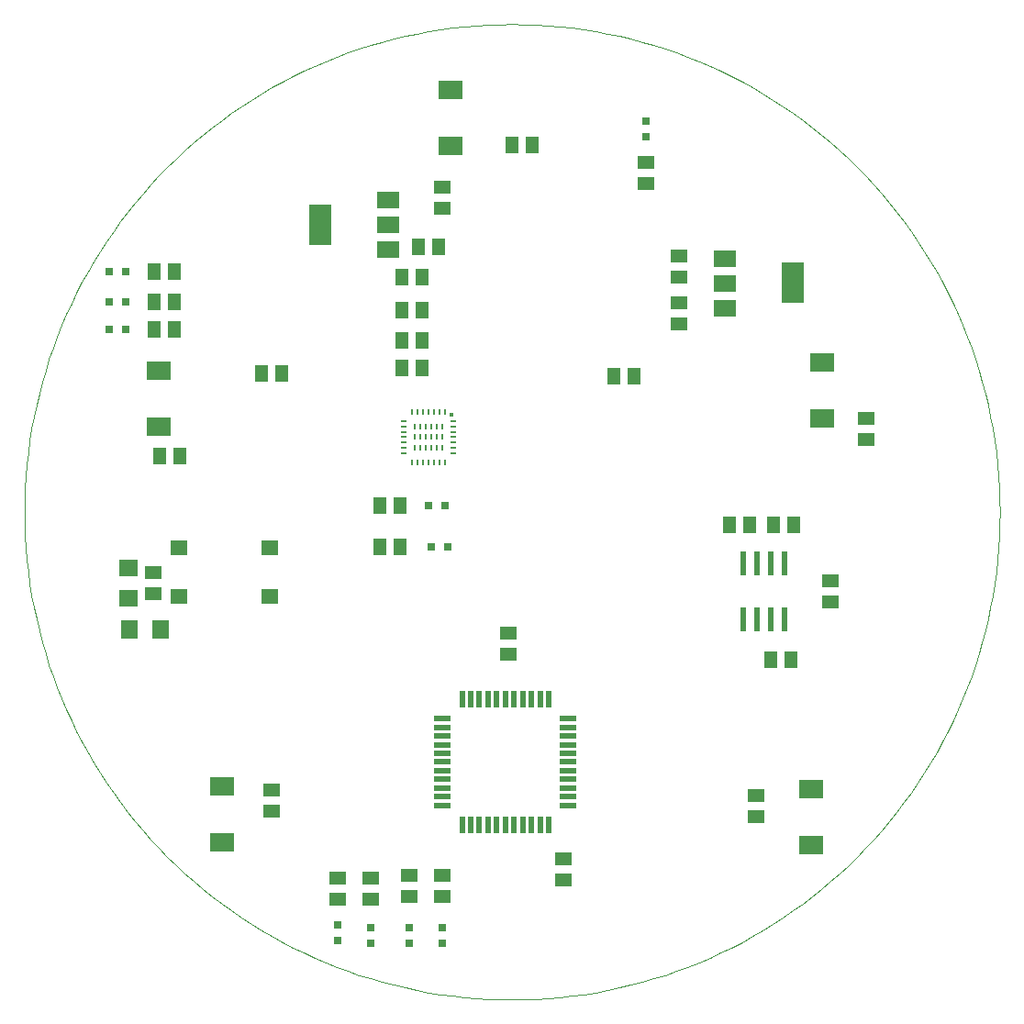
<source format=gtp>
G75*
%MOIN*%
%OFA0B0*%
%FSLAX25Y25*%
%IPPOS*%
%LPD*%
%AMOC8*
5,1,8,0,0,1.08239X$1,22.5*
%
%ADD10C,0.00039*%
%ADD11R,0.08661X0.07087*%
%ADD12R,0.07900X0.05900*%
%ADD13R,0.07900X0.15000*%
%ADD14R,0.05906X0.05118*%
%ADD15R,0.05118X0.05906*%
%ADD16R,0.01969X0.05906*%
%ADD17R,0.05906X0.01969*%
%ADD18R,0.03150X0.03150*%
%ADD19R,0.06299X0.07098*%
%ADD20R,0.07098X0.06299*%
%ADD21R,0.06300X0.05512*%
%ADD22R,0.01024X0.02205*%
%ADD23R,0.02205X0.01024*%
%ADD24R,0.01575X0.01575*%
%ADD25R,0.02362X0.08661*%
D10*
X0300276Y0192366D02*
X0300329Y0196714D01*
X0300489Y0201059D01*
X0300756Y0205399D01*
X0301129Y0209731D01*
X0301608Y0214053D01*
X0302194Y0218362D01*
X0302884Y0222654D01*
X0303680Y0226929D01*
X0304581Y0231183D01*
X0305585Y0235414D01*
X0306694Y0239618D01*
X0307905Y0243794D01*
X0309218Y0247939D01*
X0310632Y0252051D01*
X0312147Y0256127D01*
X0313762Y0260164D01*
X0315475Y0264161D01*
X0317286Y0268114D01*
X0319193Y0272021D01*
X0321195Y0275881D01*
X0323292Y0279690D01*
X0325482Y0283447D01*
X0327763Y0287149D01*
X0330134Y0290794D01*
X0332594Y0294379D01*
X0335141Y0297903D01*
X0337774Y0301364D01*
X0340491Y0304758D01*
X0343290Y0308085D01*
X0346170Y0311343D01*
X0349130Y0314528D01*
X0352166Y0317641D01*
X0355279Y0320677D01*
X0358464Y0323637D01*
X0361722Y0326517D01*
X0365049Y0329316D01*
X0368443Y0332033D01*
X0371904Y0334666D01*
X0375428Y0337213D01*
X0379013Y0339673D01*
X0382658Y0342044D01*
X0386360Y0344325D01*
X0390117Y0346515D01*
X0393926Y0348612D01*
X0397786Y0350614D01*
X0401693Y0352521D01*
X0405646Y0354332D01*
X0409643Y0356045D01*
X0413680Y0357660D01*
X0417756Y0359175D01*
X0421868Y0360589D01*
X0426013Y0361902D01*
X0430189Y0363113D01*
X0434393Y0364222D01*
X0438624Y0365226D01*
X0442878Y0366127D01*
X0447153Y0366923D01*
X0451445Y0367613D01*
X0455754Y0368199D01*
X0460076Y0368678D01*
X0464408Y0369051D01*
X0468748Y0369318D01*
X0473093Y0369478D01*
X0477441Y0369531D01*
X0481789Y0369478D01*
X0486134Y0369318D01*
X0490474Y0369051D01*
X0494806Y0368678D01*
X0499128Y0368199D01*
X0503437Y0367613D01*
X0507729Y0366923D01*
X0512004Y0366127D01*
X0516258Y0365226D01*
X0520489Y0364222D01*
X0524693Y0363113D01*
X0528869Y0361902D01*
X0533014Y0360589D01*
X0537126Y0359175D01*
X0541202Y0357660D01*
X0545239Y0356045D01*
X0549236Y0354332D01*
X0553189Y0352521D01*
X0557096Y0350614D01*
X0560956Y0348612D01*
X0564765Y0346515D01*
X0568522Y0344325D01*
X0572224Y0342044D01*
X0575869Y0339673D01*
X0579454Y0337213D01*
X0582978Y0334666D01*
X0586439Y0332033D01*
X0589833Y0329316D01*
X0593160Y0326517D01*
X0596418Y0323637D01*
X0599603Y0320677D01*
X0602716Y0317641D01*
X0605752Y0314528D01*
X0608712Y0311343D01*
X0611592Y0308085D01*
X0614391Y0304758D01*
X0617108Y0301364D01*
X0619741Y0297903D01*
X0622288Y0294379D01*
X0624748Y0290794D01*
X0627119Y0287149D01*
X0629400Y0283447D01*
X0631590Y0279690D01*
X0633687Y0275881D01*
X0635689Y0272021D01*
X0637596Y0268114D01*
X0639407Y0264161D01*
X0641120Y0260164D01*
X0642735Y0256127D01*
X0644250Y0252051D01*
X0645664Y0247939D01*
X0646977Y0243794D01*
X0648188Y0239618D01*
X0649297Y0235414D01*
X0650301Y0231183D01*
X0651202Y0226929D01*
X0651998Y0222654D01*
X0652688Y0218362D01*
X0653274Y0214053D01*
X0653753Y0209731D01*
X0654126Y0205399D01*
X0654393Y0201059D01*
X0654553Y0196714D01*
X0654606Y0192366D01*
X0654553Y0188018D01*
X0654393Y0183673D01*
X0654126Y0179333D01*
X0653753Y0175001D01*
X0653274Y0170679D01*
X0652688Y0166370D01*
X0651998Y0162078D01*
X0651202Y0157803D01*
X0650301Y0153549D01*
X0649297Y0149318D01*
X0648188Y0145114D01*
X0646977Y0140938D01*
X0645664Y0136793D01*
X0644250Y0132681D01*
X0642735Y0128605D01*
X0641120Y0124568D01*
X0639407Y0120571D01*
X0637596Y0116618D01*
X0635689Y0112711D01*
X0633687Y0108851D01*
X0631590Y0105042D01*
X0629400Y0101285D01*
X0627119Y0097583D01*
X0624748Y0093938D01*
X0622288Y0090353D01*
X0619741Y0086829D01*
X0617108Y0083368D01*
X0614391Y0079974D01*
X0611592Y0076647D01*
X0608712Y0073389D01*
X0605752Y0070204D01*
X0602716Y0067091D01*
X0599603Y0064055D01*
X0596418Y0061095D01*
X0593160Y0058215D01*
X0589833Y0055416D01*
X0586439Y0052699D01*
X0582978Y0050066D01*
X0579454Y0047519D01*
X0575869Y0045059D01*
X0572224Y0042688D01*
X0568522Y0040407D01*
X0564765Y0038217D01*
X0560956Y0036120D01*
X0557096Y0034118D01*
X0553189Y0032211D01*
X0549236Y0030400D01*
X0545239Y0028687D01*
X0541202Y0027072D01*
X0537126Y0025557D01*
X0533014Y0024143D01*
X0528869Y0022830D01*
X0524693Y0021619D01*
X0520489Y0020510D01*
X0516258Y0019506D01*
X0512004Y0018605D01*
X0507729Y0017809D01*
X0503437Y0017119D01*
X0499128Y0016533D01*
X0494806Y0016054D01*
X0490474Y0015681D01*
X0486134Y0015414D01*
X0481789Y0015254D01*
X0477441Y0015201D01*
X0473093Y0015254D01*
X0468748Y0015414D01*
X0464408Y0015681D01*
X0460076Y0016054D01*
X0455754Y0016533D01*
X0451445Y0017119D01*
X0447153Y0017809D01*
X0442878Y0018605D01*
X0438624Y0019506D01*
X0434393Y0020510D01*
X0430189Y0021619D01*
X0426013Y0022830D01*
X0421868Y0024143D01*
X0417756Y0025557D01*
X0413680Y0027072D01*
X0409643Y0028687D01*
X0405646Y0030400D01*
X0401693Y0032211D01*
X0397786Y0034118D01*
X0393926Y0036120D01*
X0390117Y0038217D01*
X0386360Y0040407D01*
X0382658Y0042688D01*
X0379013Y0045059D01*
X0375428Y0047519D01*
X0371904Y0050066D01*
X0368443Y0052699D01*
X0365049Y0055416D01*
X0361722Y0058215D01*
X0358464Y0061095D01*
X0355279Y0064055D01*
X0352166Y0067091D01*
X0349130Y0070204D01*
X0346170Y0073389D01*
X0343290Y0076647D01*
X0340491Y0079974D01*
X0337774Y0083368D01*
X0335141Y0086829D01*
X0332594Y0090353D01*
X0330134Y0093938D01*
X0327763Y0097583D01*
X0325482Y0101285D01*
X0323292Y0105042D01*
X0321195Y0108851D01*
X0319193Y0112711D01*
X0317286Y0116618D01*
X0315475Y0120571D01*
X0313762Y0124568D01*
X0312147Y0128605D01*
X0310632Y0132681D01*
X0309218Y0136793D01*
X0307905Y0140938D01*
X0306694Y0145114D01*
X0305585Y0149318D01*
X0304581Y0153549D01*
X0303680Y0157803D01*
X0302884Y0162078D01*
X0302194Y0166370D01*
X0301608Y0170679D01*
X0301129Y0175001D01*
X0300756Y0179333D01*
X0300489Y0183673D01*
X0300329Y0188018D01*
X0300276Y0192366D01*
D11*
X0349000Y0223461D03*
X0349000Y0243539D03*
X0455000Y0325461D03*
X0455000Y0345539D03*
X0590000Y0246539D03*
X0590000Y0226461D03*
X0586000Y0091539D03*
X0586000Y0071461D03*
X0372000Y0072461D03*
X0372000Y0092539D03*
D12*
X0554600Y0266400D03*
X0554600Y0275400D03*
X0554600Y0284400D03*
X0432400Y0287600D03*
X0432400Y0296600D03*
X0432400Y0305600D03*
D13*
X0407600Y0296500D03*
X0579400Y0275500D03*
D14*
X0538000Y0277760D03*
X0538000Y0285240D03*
X0538000Y0268240D03*
X0538000Y0260760D03*
X0526000Y0311760D03*
X0526000Y0319240D03*
X0452000Y0310240D03*
X0452000Y0302760D03*
X0347000Y0170240D03*
X0347000Y0162760D03*
X0390000Y0091240D03*
X0390000Y0083760D03*
X0414000Y0059240D03*
X0414000Y0051760D03*
X0426000Y0051760D03*
X0426000Y0059240D03*
X0440000Y0060240D03*
X0440000Y0052760D03*
X0452000Y0052760D03*
X0452000Y0060240D03*
X0496000Y0058760D03*
X0496000Y0066240D03*
X0566000Y0081760D03*
X0566000Y0089240D03*
X0593000Y0159760D03*
X0593000Y0167240D03*
X0606000Y0218760D03*
X0606000Y0226240D03*
X0476000Y0148240D03*
X0476000Y0140760D03*
D15*
X0436740Y0179500D03*
X0429260Y0179500D03*
X0429260Y0194500D03*
X0436740Y0194500D03*
X0393740Y0242500D03*
X0386260Y0242500D03*
X0354740Y0258500D03*
X0347260Y0258500D03*
X0347260Y0268500D03*
X0354740Y0268500D03*
X0354740Y0279500D03*
X0347260Y0279500D03*
X0349260Y0212500D03*
X0356740Y0212500D03*
X0437260Y0244500D03*
X0444740Y0244500D03*
X0444740Y0254500D03*
X0437260Y0254500D03*
X0437260Y0265500D03*
X0444740Y0265500D03*
X0444740Y0277500D03*
X0437260Y0277500D03*
X0443260Y0288500D03*
X0450740Y0288500D03*
X0477260Y0325500D03*
X0484740Y0325500D03*
X0514260Y0241500D03*
X0521740Y0241500D03*
X0556260Y0187500D03*
X0563740Y0187500D03*
X0572260Y0187500D03*
X0579740Y0187500D03*
X0578740Y0138500D03*
X0571260Y0138500D03*
D16*
X0490748Y0124335D03*
X0487598Y0124335D03*
X0484449Y0124335D03*
X0481299Y0124335D03*
X0478150Y0124335D03*
X0475000Y0124335D03*
X0471850Y0124335D03*
X0468701Y0124335D03*
X0465551Y0124335D03*
X0462402Y0124335D03*
X0459252Y0124335D03*
X0459252Y0078665D03*
X0462402Y0078665D03*
X0465551Y0078665D03*
X0468701Y0078665D03*
X0471850Y0078665D03*
X0475000Y0078665D03*
X0478150Y0078665D03*
X0481299Y0078665D03*
X0484449Y0078665D03*
X0487598Y0078665D03*
X0490748Y0078665D03*
D17*
X0497835Y0085752D03*
X0497835Y0088902D03*
X0497835Y0092051D03*
X0497835Y0095201D03*
X0497835Y0098350D03*
X0497835Y0101500D03*
X0497835Y0104650D03*
X0497835Y0107799D03*
X0497835Y0110949D03*
X0497835Y0114098D03*
X0497835Y0117248D03*
X0452165Y0117248D03*
X0452165Y0114098D03*
X0452165Y0110949D03*
X0452165Y0107799D03*
X0452165Y0104650D03*
X0452165Y0101500D03*
X0452165Y0098350D03*
X0452165Y0095201D03*
X0452165Y0092051D03*
X0452165Y0088902D03*
X0452165Y0085752D03*
D18*
X0331047Y0258500D03*
X0336953Y0258500D03*
X0336953Y0268500D03*
X0331047Y0268500D03*
X0331047Y0279500D03*
X0336953Y0279500D03*
X0447047Y0194500D03*
X0452953Y0194500D03*
X0453953Y0179500D03*
X0448047Y0179500D03*
X0452000Y0041453D03*
X0452000Y0035547D03*
X0440000Y0035547D03*
X0440000Y0041453D03*
X0426000Y0041453D03*
X0426000Y0035547D03*
X0414000Y0036547D03*
X0414000Y0042453D03*
X0526000Y0328547D03*
X0526000Y0334453D03*
D19*
X0349598Y0149500D03*
X0338402Y0149500D03*
D20*
X0338000Y0160902D03*
X0338000Y0172098D03*
D21*
X0356465Y0179358D03*
X0356465Y0161642D03*
X0389535Y0161642D03*
X0389535Y0179358D03*
D22*
X0441094Y0210445D03*
X0443063Y0210445D03*
X0445031Y0210445D03*
X0447000Y0210445D03*
X0448969Y0210445D03*
X0450937Y0210445D03*
X0452906Y0210445D03*
X0451921Y0215563D03*
X0449953Y0215563D03*
X0447984Y0215563D03*
X0446016Y0215563D03*
X0444047Y0215563D03*
X0442079Y0215563D03*
X0442079Y0219500D03*
X0444047Y0219500D03*
X0446016Y0219500D03*
X0447984Y0219500D03*
X0449953Y0219500D03*
X0451921Y0219500D03*
X0451921Y0223437D03*
X0449953Y0223437D03*
X0447984Y0223437D03*
X0446016Y0223437D03*
X0444047Y0223437D03*
X0442079Y0223437D03*
X0443063Y0228555D03*
X0445031Y0228555D03*
X0447000Y0228555D03*
X0448969Y0228555D03*
X0450937Y0228555D03*
X0452906Y0228555D03*
X0441094Y0228555D03*
D23*
X0437945Y0225406D03*
X0437945Y0223437D03*
X0437945Y0221469D03*
X0437945Y0219500D03*
X0437945Y0217531D03*
X0437945Y0215563D03*
X0437945Y0213594D03*
X0456055Y0213594D03*
X0456055Y0215563D03*
X0456055Y0217531D03*
X0456055Y0219500D03*
X0456055Y0221469D03*
X0456055Y0223437D03*
X0456055Y0225406D03*
D24*
X0455268Y0227768D03*
D25*
X0561500Y0173736D03*
X0566500Y0173736D03*
X0571500Y0173736D03*
X0576500Y0173736D03*
X0576500Y0153264D03*
X0571500Y0153264D03*
X0566500Y0153264D03*
X0561500Y0153264D03*
M02*

</source>
